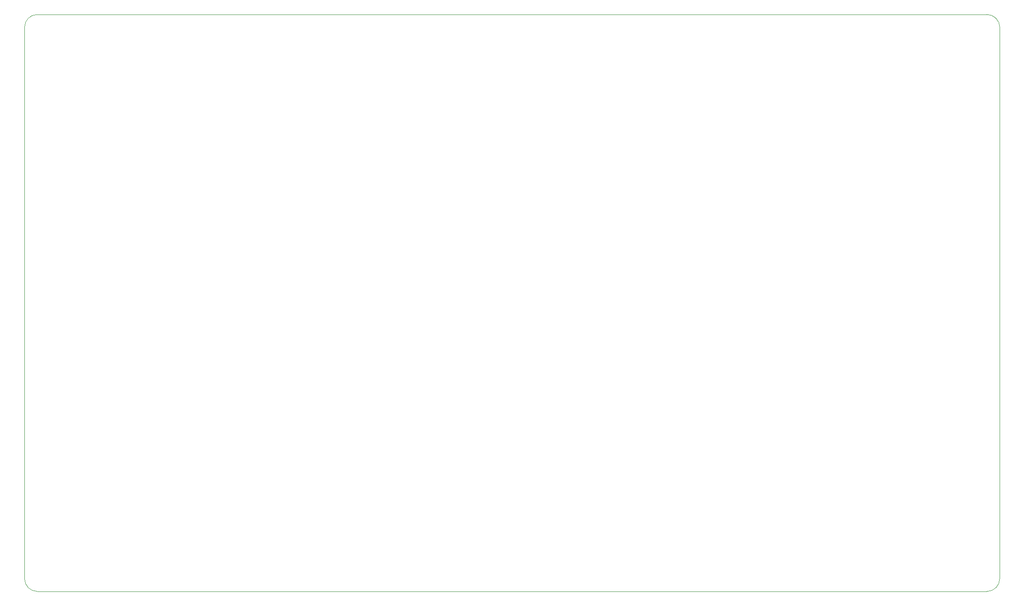
<source format=gbr>
%TF.GenerationSoftware,KiCad,Pcbnew,9.0.3*%
%TF.CreationDate,2025-09-16T12:03:33-04:00*%
%TF.ProjectId,6_COLD_TPC_HV,365f434f-4c44-45f5-9450-435f48562e6b,rev?*%
%TF.SameCoordinates,Original*%
%TF.FileFunction,Profile,NP*%
%FSLAX46Y46*%
G04 Gerber Fmt 4.6, Leading zero omitted, Abs format (unit mm)*
G04 Created by KiCad (PCBNEW 9.0.3) date 2025-09-16 12:03:33*
%MOMM*%
%LPD*%
G01*
G04 APERTURE LIST*
%TA.AperFunction,Profile*%
%ADD10C,0.050000*%
%TD*%
G04 APERTURE END LIST*
D10*
X276860000Y-55880000D02*
X276860000Y-165100000D01*
X86360000Y-167640000D02*
G75*
G02*
X83820000Y-165100000I0J2540000D01*
G01*
X274320000Y-53340000D02*
G75*
G02*
X276860000Y-55880000I0J-2540000D01*
G01*
X276860000Y-165100000D02*
G75*
G02*
X274320000Y-167640000I-2540000J0D01*
G01*
X274320000Y-167640000D02*
X86360000Y-167640000D01*
X83820000Y-55880000D02*
G75*
G02*
X86360000Y-53340000I2540000J0D01*
G01*
X83820000Y-165100000D02*
X83820000Y-55880000D01*
X86360000Y-53340000D02*
X274320000Y-53340000D01*
M02*

</source>
